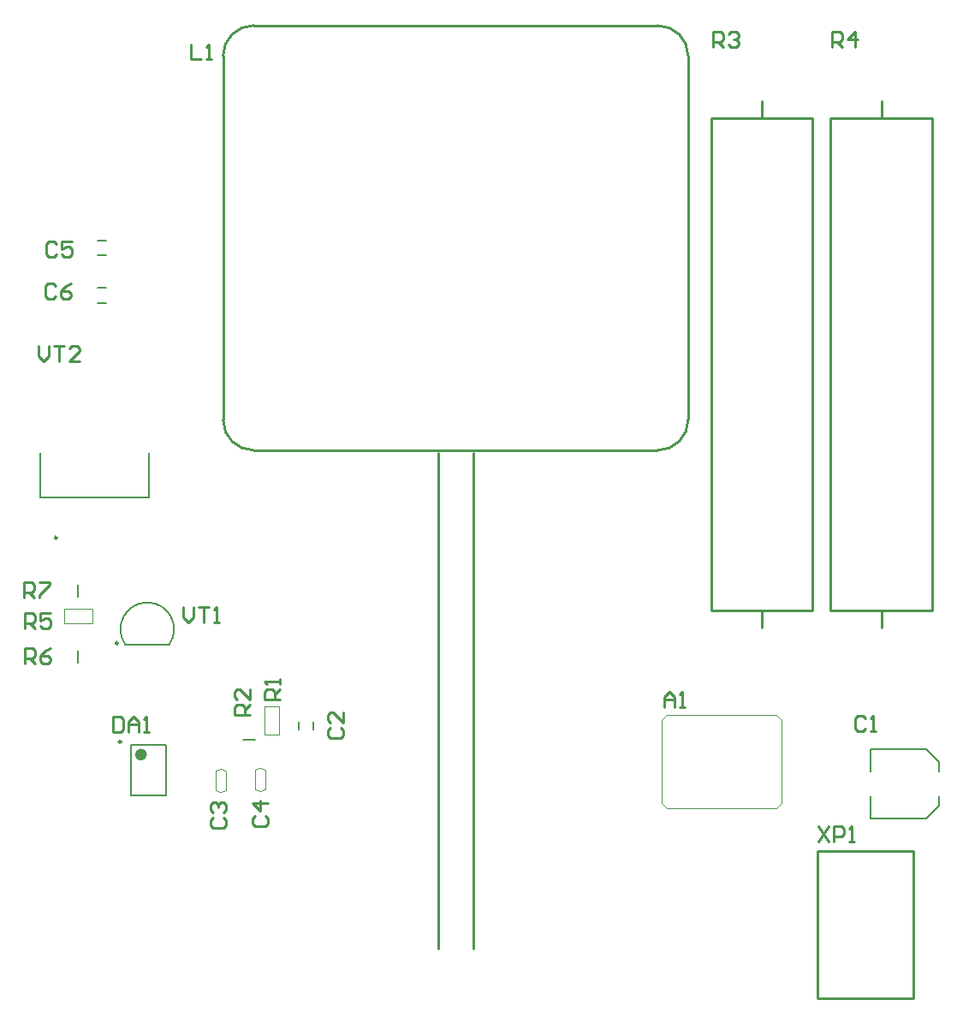
<source format=gto>
G04*
G04 #@! TF.GenerationSoftware,Altium Limited,Altium Designer,23.1.1 (15)*
G04*
G04 Layer_Color=65535*
%FSLAX44Y44*%
%MOMM*%
G71*
G04*
G04 #@! TF.SameCoordinates,76B832DB-4935-4160-942D-398904476E74*
G04*
G04*
G04 #@! TF.FilePolarity,Positive*
G04*
G01*
G75*
%ADD10C,0.2540*%
%ADD11C,0.2500*%
%ADD12C,0.2000*%
%ADD13C,0.0600*%
%ADD14C,0.6000*%
%ADD15C,0.2560*%
%ADD16C,0.0400*%
%ADD17C,0.1000*%
D10*
X730000Y945000D02*
G03*
X700000Y975000I-30000J0D01*
G01*
X700000Y555000D02*
G03*
X730000Y585000I0J30000D01*
G01*
X300000Y975000D02*
G03*
X270000Y945000I0J-30000D01*
G01*
X270000Y585000D02*
G03*
X300000Y555000I30000J0D01*
G01*
X300000D02*
X700000D01*
X300000Y975000D02*
X700000D01*
X730000Y585000D02*
Y945000D01*
X270000Y585000D02*
Y945000D01*
X753000Y396750D02*
X803000D01*
X753000D02*
Y883250D01*
X853000D01*
Y396750D02*
Y883250D01*
X803000Y396750D02*
X853000D01*
X803000Y883250D02*
Y900000D01*
Y380000D02*
Y396750D01*
X871000D02*
X921000D01*
X871000D02*
Y883250D01*
X971000D01*
Y396750D02*
Y883250D01*
X921000Y396750D02*
X971000D01*
X921000Y883250D02*
Y900000D01*
Y380000D02*
Y396750D01*
X857500Y13000D02*
X952500D01*
X857500Y159000D02*
X952500D01*
X857500Y13000D02*
Y159000D01*
X952500Y13000D02*
Y159000D01*
X706120Y301244D02*
Y311401D01*
X711198Y316479D01*
X716277Y311401D01*
Y301244D01*
Y308862D01*
X706120D01*
X721355Y301244D02*
X726433D01*
X723894D01*
Y316479D01*
X721355Y313940D01*
X858774Y183129D02*
X868931Y167894D01*
Y183129D02*
X858774Y167894D01*
X874009D02*
Y183129D01*
X881627D01*
X884166Y180590D01*
Y175511D01*
X881627Y172972D01*
X874009D01*
X889244Y167894D02*
X894323D01*
X891783D01*
Y183129D01*
X889244Y180590D01*
X87376Y658363D02*
Y648206D01*
X92454Y643128D01*
X97533Y648206D01*
Y658363D01*
X102611D02*
X112768D01*
X107689D01*
Y643128D01*
X128003D02*
X117846D01*
X128003Y653285D01*
Y655824D01*
X125464Y658363D01*
X120385D01*
X117846Y655824D01*
X230226Y399618D02*
Y389461D01*
X235304Y384383D01*
X240382Y389461D01*
Y399618D01*
X245461D02*
X255618D01*
X250539D01*
Y384383D01*
X260696D02*
X265774D01*
X263235D01*
Y399618D01*
X260696Y397078D01*
X73304Y409383D02*
Y424618D01*
X80922D01*
X83461Y422078D01*
Y417000D01*
X80922Y414461D01*
X73304D01*
X78383D02*
X83461Y409383D01*
X88539Y424618D02*
X98696D01*
Y422078D01*
X88539Y411922D01*
Y409383D01*
X74304Y344383D02*
Y359618D01*
X81922D01*
X84461Y357078D01*
Y352000D01*
X81922Y349461D01*
X74304D01*
X79383D02*
X84461Y344383D01*
X99696Y359618D02*
X94618Y357078D01*
X89539Y352000D01*
Y346922D01*
X92078Y344383D01*
X97157D01*
X99696Y346922D01*
Y349461D01*
X97157Y352000D01*
X89539D01*
X74304Y378382D02*
Y393618D01*
X81922D01*
X84461Y391078D01*
Y386000D01*
X81922Y383461D01*
X74304D01*
X79383D02*
X84461Y378382D01*
X99696Y393618D02*
X89539D01*
Y386000D01*
X94618Y388539D01*
X97157D01*
X99696Y386000D01*
Y380922D01*
X97157Y378382D01*
X92078D01*
X89539Y380922D01*
X872236Y953516D02*
Y968751D01*
X879854D01*
X882393Y966212D01*
Y961133D01*
X879854Y958594D01*
X872236D01*
X877314D02*
X882393Y953516D01*
X895089D02*
Y968751D01*
X887471Y961133D01*
X897628D01*
X754380Y953516D02*
Y968751D01*
X761998D01*
X764537Y966212D01*
Y961133D01*
X761998Y958594D01*
X754380D01*
X759458D02*
X764537Y953516D01*
X769615Y966212D02*
X772154Y968751D01*
X777233D01*
X779772Y966212D01*
Y963673D01*
X777233Y961133D01*
X774693D01*
X777233D01*
X779772Y958594D01*
Y956055D01*
X777233Y953516D01*
X772154D01*
X769615Y956055D01*
X296618Y293304D02*
X281383D01*
Y300922D01*
X283922Y303461D01*
X289000D01*
X291539Y300922D01*
Y293304D01*
Y298382D02*
X296618Y303461D01*
Y318696D02*
Y308539D01*
X286461Y318696D01*
X283922D01*
X281383Y316157D01*
Y311078D01*
X283922Y308539D01*
X326618Y308843D02*
X311383D01*
Y316461D01*
X313922Y319000D01*
X319000D01*
X321539Y316461D01*
Y308843D01*
Y313922D02*
X326618Y319000D01*
Y324078D02*
Y329157D01*
Y326618D01*
X311383D01*
X313922Y324078D01*
X237843Y956618D02*
Y941383D01*
X248000D01*
X253078D02*
X258157D01*
X255618D01*
Y956618D01*
X253078Y954078D01*
X161290Y291841D02*
Y276606D01*
X168908D01*
X171447Y279145D01*
Y289302D01*
X168908Y291841D01*
X161290D01*
X176525Y276606D02*
Y286763D01*
X181603Y291841D01*
X186682Y286763D01*
Y276606D01*
Y284223D01*
X176525D01*
X191760Y276606D02*
X196838D01*
X194299D01*
Y291841D01*
X191760Y289302D01*
X104461Y717078D02*
X101922Y719617D01*
X96843D01*
X94304Y717078D01*
Y706922D01*
X96843Y704382D01*
X101922D01*
X104461Y706922D01*
X119696Y719617D02*
X114618Y717078D01*
X109539Y712000D01*
Y706922D01*
X112078Y704382D01*
X117157D01*
X119696Y706922D01*
Y709461D01*
X117157Y712000D01*
X109539D01*
X105461Y759078D02*
X102922Y761618D01*
X97843D01*
X95304Y759078D01*
Y748922D01*
X97843Y746383D01*
X102922D01*
X105461Y748922D01*
X120696Y761618D02*
X110539D01*
Y754000D01*
X115618Y756539D01*
X118157D01*
X120696Y754000D01*
Y748922D01*
X118157Y746383D01*
X113078D01*
X110539Y748922D01*
X301922Y193461D02*
X299382Y190922D01*
Y185843D01*
X301922Y183304D01*
X312078D01*
X314618Y185843D01*
Y190922D01*
X312078Y193461D01*
X314618Y206157D02*
X299382D01*
X307000Y198539D01*
Y208696D01*
X259922Y191461D02*
X257383Y188922D01*
Y183843D01*
X259922Y181304D01*
X270078D01*
X272617Y183843D01*
Y188922D01*
X270078Y191461D01*
X259922Y196539D02*
X257383Y199078D01*
Y204157D01*
X259922Y206696D01*
X262461D01*
X265000Y204157D01*
Y201618D01*
Y204157D01*
X267539Y206696D01*
X270078D01*
X272617Y204157D01*
Y199078D01*
X270078Y196539D01*
X375922Y280461D02*
X373382Y277922D01*
Y272843D01*
X375922Y270304D01*
X386078D01*
X388618Y272843D01*
Y277922D01*
X386078Y280461D01*
X388618Y295696D02*
Y285539D01*
X378461Y295696D01*
X375922D01*
X373382Y293157D01*
Y288078D01*
X375922Y285539D01*
X904999Y289556D02*
X902459Y292095D01*
X897381D01*
X894842Y289556D01*
Y279399D01*
X897381Y276860D01*
X902459D01*
X904999Y279399D01*
X910077Y276860D02*
X915155D01*
X912616D01*
Y292095D01*
X910077Y289556D01*
D11*
X166220Y364290D02*
G03*
X166220Y364290I-1250J0D01*
G01*
X169250Y266550D02*
G03*
X169250Y266550I-1250J0D01*
G01*
X105850Y468500D02*
G03*
X105850Y468500I-1250J0D01*
G01*
D12*
X216707Y362800D02*
G03*
X173293Y362800I-21707J15200D01*
G01*
X146000Y762500D02*
X154000D01*
X146000Y747500D02*
X154000D01*
X146000Y715500D02*
X154000D01*
X146000Y700500D02*
X154000D01*
X173293Y362800D02*
X216707D01*
X126000Y410000D02*
Y422000D01*
Y345000D02*
Y357000D01*
X359500Y278500D02*
Y286500D01*
X344500Y278500D02*
Y286500D01*
X290000Y269000D02*
X302000D01*
X178750Y214000D02*
Y264000D01*
X213250Y214000D02*
Y264000D01*
X178750D02*
X213250D01*
X178750Y214000D02*
X213250D01*
X978000Y203375D02*
Y212750D01*
X965625Y191000D02*
X978000Y203375D01*
X965625Y259000D02*
X978000Y246625D01*
Y237250D02*
Y246625D01*
X910000Y191000D02*
X965625D01*
X910000D02*
Y212750D01*
Y237250D02*
Y259000D01*
X965625D01*
X196500Y508500D02*
Y552500D01*
X89500Y508500D02*
X196500D01*
X89500D02*
Y552500D01*
D13*
X302000Y219500D02*
G03*
X312000Y219500I5000J4700D01*
G01*
X312000Y238500D02*
G03*
X302000Y238500I-5000J-4700D01*
G01*
X273000Y237500D02*
G03*
X263000Y237500I-5000J-4700D01*
G01*
X263000Y218500D02*
G03*
X273000Y218500I5000J4700D01*
G01*
X302000Y219500D02*
Y238500D01*
X312000Y219500D02*
Y238500D01*
X273000Y218500D02*
Y237500D01*
X263000Y218500D02*
Y237500D01*
D14*
X191750Y254000D02*
G03*
X191750Y254000I-3000J0D01*
G01*
D15*
X517500Y62500D02*
Y552500D01*
X482500Y62500D02*
Y552500D01*
D16*
X113000Y384000D02*
X141000D01*
X113000D02*
Y398000D01*
X141000D01*
Y384000D02*
Y398000D01*
X311000Y274000D02*
Y302000D01*
X325000D01*
Y274000D02*
Y302000D01*
X311000Y274000D02*
X325000D01*
D17*
X822000Y206000D02*
Y288000D01*
X704000Y206000D02*
Y288000D01*
X709000Y201000D02*
X817000D01*
X709000Y293000D02*
X817000D01*
X822000Y288000D01*
X817000Y201000D02*
X822000Y206000D01*
X704000Y288000D02*
X709000Y293000D01*
X704000Y206000D02*
X709000Y201000D01*
M02*

</source>
